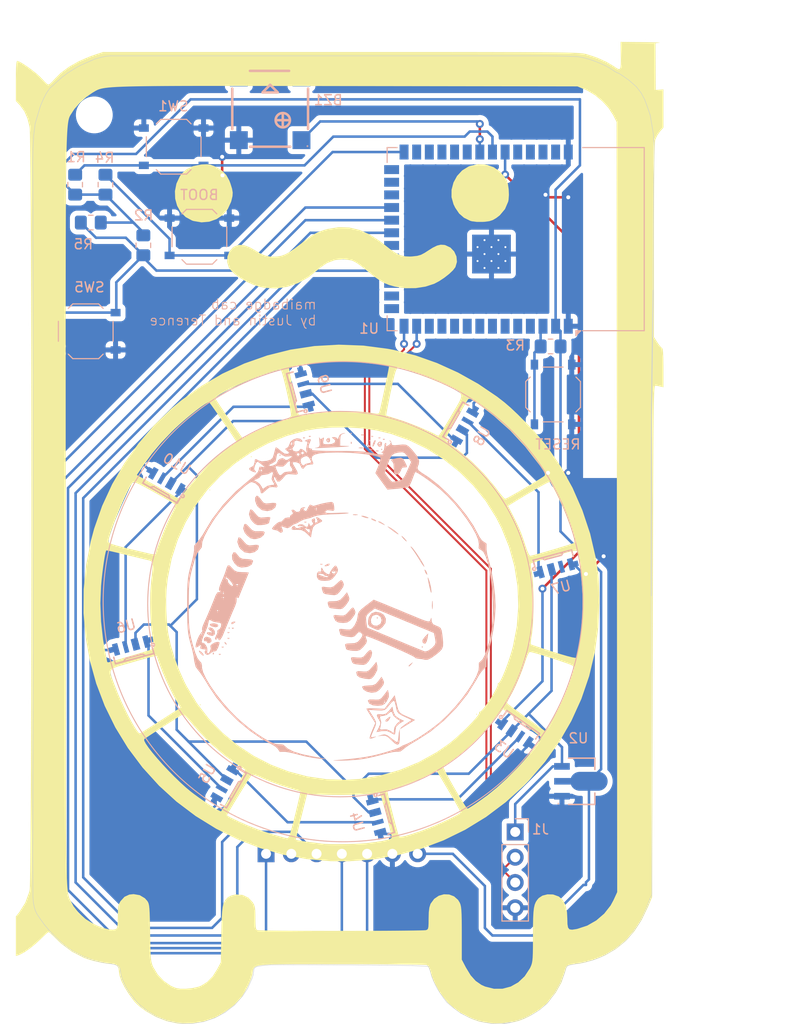
<source format=kicad_pcb>
(kicad_pcb (version 20241229) (generator "pcbnew") (generator_version "9.0")
  (layers (0 "F.Cu" signal) (2 "B.Cu" signal) (13 "F.Paste" user) (15 "B.Paste" user) (5 "F.SilkS" user "F.Silkscreen") (7 "B.SilkS" user "B.Silkscreen") (1 "F.Mask" user) (3 "B.Mask" user) (25 "Edge.Cuts" user))
  (net 0 "")
  (net 1 "GND")
  (net 2 "/buzzer")
  (net 3 "+5V")
  (net 4 "/USB_D-")
  (net 5 "/USB_D+")
  (net 6 "/button 2")
  (net 7 "+3.3V")
  (net 8 "/button 1")
  (net 9 "/CHIP_PU")
  (net 10 "/GPIO0_BOOT")
  (net 11 "/OLED_SCL")
  (net 16 "/OLED_SDA")
  (net 18 "/OLED_DC")
  (net 23 "/MPR SCL")
  (net 28 "/main led DIN")
  (net 31 "/OLED_RST")
  (net 35 "/OLED_CS")
  (net 37 "/MPR SDA")
  (net 41 "Net-(U3-DOUT)")
  (net 42 "Net-(U4-DOUT)")
  (net 43 "Net-(U5-DOUT)")
  (net 44 "Net-(U10-DIN)")
  (net 45 "Net-(U7-DIN)")
  (net 46 "Net-(U8-DIN)")
  (net 47 "Net-(U10-DOUT)")
  (footprint "MountingHole:MountingHole_3.2mm_M3" (layer "F.Cu") (at 165.200673 44.301181)
    (property "Reference" "REF**" (hide yes))
    (property "Value" "MountingHole_3.2mm_M3")
  )
  (footprint "Maibadge_Howard:GC9A01" (layer "F.Cu") (at 190.087622 93.487223)
    (property "Reference" "GC9A1" (hide yes))
    (property "Value" "CG9A01")
  )
  (footprint "LOGO" (layer "F.Cu") (at 189.866357 86.453486)
    (property "Reference" "G***" (hide yes))
    (property "Value" "LOGO" (hide yes))
  )
  (footprint "Maibadge_Howard:LED-SMD_4P-L4.0-W1.6-L" (layer "B.Cu") (at 202.431782 75.570208 60)
    (property "Reference" "U8")
    (property "Value" "SK6812SIDE-A-RVS")
  )
  (footprint "Resistor_SMD:R_0805_2012Metric_Pad1.20x1.40mm_HandSolder" (layer "B.Cu") (at 163.274 51.308 90)
    (property "Reference" "R1")
    (property "Value" "R")
  )
  (footprint "Maibadge_Howard:LED-SMD_4P-L4.0-W1.6-L" (layer "B.Cu") (at 186.360599 71.882288 105)
    (property "Reference" "U9")
    (property "Value" "SK6812SIDE-A-RVS")
  )
  (footprint "Maibadge_Howard:LED-SMD_4P-L4.0-W1.6-L" (layer "B.Cu") (at 168.91 97.612333 -165)
    (property "Reference" "U6")
    (property "Value" "SK6812SIDE-A-RVS")
  )
  (footprint "Button_Switch_SMD:SW_Push_1P1T_XKB_TS-1187A" (layer "B.Cu") (at 211.328 72.39 90)
    (property "Reference" "RESET")
    (property "Value" "SW_Push")
  )
  (footprint "Maibadge_Howard:SOT-89-3_L4.5-W2.5-P1.50-LS4.2-BR" (layer "B.Cu") (at 213.577465 111.252127 180)
    (property "Reference" "U2")
    (property "Value" "AMS1117-3.3")
  )
  (footprint "LOGO" (layer "B.Cu") (at 189.928983 93.450829 180)
    (property "Reference" "G***" (hide yes))
    (property "Value" "LOGO" (hide yes))
  )
  (footprint "Resistor_SMD:R_0805_2012Metric_Pad1.20x1.40mm_HandSolder" (layer "B.Cu") (at 164.846 55.118 180)
    (property "Reference" "R5")
    (property "Value" "R")
  )
  (footprint "Button_Switch_SMD:SW_Push_1P1T_XKB_TS-1187A" (layer "B.Cu") (at 173.18 47.498 180)
    (property "Reference" "SW1")
    (property "Value" "SW_Push")
  )
  (footprint "RF_Module:ESP32-S3-WROOM-1" (layer "B.Cu") (at 207.591995 56.781998 90)
    (property "Reference" "U1")
    (property "Value" "ESP32-S3-WROOM-1")
  )
  (footprint "Maibadge_Howard:BUZ-SMD_4P-L7.5-W7.5-BR" (layer "B.Cu") (at 182.88 43.688 -90)
    (property "Reference" "BZ1")
    (property "Value" "Buzzer")
  )
  (footprint "Maibadge_Howard:LED-SMD_4P-L4.0-W1.6-L" (layer "B.Cu") (at 172.491686 81.114352 150)
    (property "Reference" "U10")
    (property "Value" "SK6812SIDE-A-RVS")
  )
  (footprint "Resistor_SMD:R_0805_2012Metric_Pad1.20x1.40mm_HandSolder" (layer "B.Cu") (at 166.322 51.308 90)
    (property "Reference" "R4")
    (property "Value" "R")
  )
  (footprint "Maibadge_Howard:LED-SMD_4P-L4.0-W1.6-L" (layer "B.Cu") (at 193.548 114.808 -75)
    (property "Reference" "U4")
    (property "Value" "SK6812SIDE-A-RVS")
  )
  (footprint "Button_Switch_SMD:SW_Push_1P1T_XKB_TS-1187A" (layer "B.Cu") (at 164.338 66.04)
    (property "Reference" "SW5")
    (property "Value" "SW_Push")
  )
  (footprint "Resistor_SMD:R_0805_2012Metric_Pad1.20x1.40mm_HandSolder" (layer "B.Cu") (at 170.132 57.404 -90)
    (property "Reference" "R2")
    (property "Value" "R")
  )
  (footprint "Connector_PinHeader_2.54mm:PinHeader_1x04_P2.54mm_Vertical" (layer "B.Cu") (at 207.518 116.342 180)
    (property "Reference" "J1")
    (property "Value" "Conn_01x04_Socket")
  )
  (footprint "Maibadge_Howard:LED-SMD_4P-L4.0-W1.6-L" (layer "B.Cu") (at 211.604581 89.839666 15)
    (property "Reference" "U7")
    (property "Value" "SK6812SIDE-A-RVS")
  )
  (footprint "Maibadge_Howard:LED-SMD_4P-L4.0-W1.6-L" (layer "B.Cu") (at 207.543681 106.419784 -35)
    (property "Reference" "U3")
    (property "Value" "SK6812SIDE-A-RVS")
  )
  (footprint "Button_Switch_SMD:SW_Push_1P1T_XKB_TS-1187A" (layer "B.Cu") (at 175.768 56.545 180)
    (property "Reference" "BOOT")
    (property "Value" "SW_Push")
  )
  (footprint "Maibadge_Howard:LED-SMD_4P-L4.0-W1.6-L" (layer "B.Cu") (at 178.308 111.506 -120)
    (property "Reference" "U5")
    (property "Value" "SK6812SIDE-A-RVS")
  )
  (footprint "Resistor_SMD:R_0805_2012Metric_Pad1.20x1.40mm_HandSolder" (layer "B.Cu") (at 211.074 67.564 180)
    (property "Reference" "R3")
    (property "Value" "R")
  )
  (gr_circle (center 189.928983 93.450829) (end 201.654329 108.856644) (stroke (width 0.1)) (fill no) (layer "B.SilkS"))
  (gr_circle (center 190.212033 93.205462) (end 206.443038 111.049516) (stroke (width 0.1)) (fill no) (layer "B.SilkS"))
  (gr_line (start 214.867276 38.685278) (end 215.475984 38.888181) (stroke (width 0.05)) (layer "Edge.Cuts"))
  (gr_line (start 171.58128 134.948402) (end 170.638763 134.395692) (stroke (width 0.05)) (layer "Edge.Cuts"))
  (gr_line (start 215.296712 129.224201) (end 214.753282 129.353667) (stroke (width 0.05)) (layer "Edge.Cuts"))
  (gr_line (start 221.463305 47.259841) (end 221.461123 48.48747) (stroke (width 0.05)) (layer "Edge.Cuts"))
  (gr_line (start 160.810932 126.406911) (end 160.17386 125.647662) (stroke (width 0.05)) (layer "Edge.Cuts"))
  (gr_line (start 172.704154 135.355662) (end 171.58128 134.948402) (stroke (width 0.05)) (layer "Edge.Cuts"))
  (gr_line (start 160.115649 42.63339) (end 160.370914 42.142496) (stroke (width 0.05)) (layer "Edge.Cuts"))
  (gr_line (start 166.794398 38.371106) (end 205.148398 38.371106) (stroke (width 0.05)) (layer "Edge.Cuts"))
  (gr_line (start 165.868198 38.518769) (end 166.339456 38.414044) (stroke (width 0.05)) (layer "Edge.Cuts"))
  (gr_line (start 213.038426 129.698384) (end 212.798433 129.781291) (stroke (width 0.05)) (layer "Edge.Cuts"))
  (gr_line (start 176.174593 135.408024) (end 175.74697 135.469113) (stroke (width 0.05)) (layer "Edge.Cuts"))
  (gr_line (start 190.778314 129.699836) (end 189.606713 129.699836) (stroke (width 0.05)) (layer "Edge.Cuts"))
  (gr_line (start 202.386881 134.725768) (end 202.042164 134.551228) (stroke (width 0.05)) (layer "Edge.Cuts"))
  (gr_line (start 159.487305 44.387518) (end 159.788386 43.39264) (stroke (width 0.05)) (layer "Edge.Cuts"))
  (gr_line (start 215.993059 39.097629) (end 216.575587 39.352894) (stroke (width 0.05)) (layer "Edge.Cuts"))
  (gr_line (start 173.856119 135.562202) (end 172.704154 135.355662) (stroke (width 0.05)) (layer "Edge.Cuts"))
  (gr_line (start 198.848081 129.899734) (end 198.753305 129.843009) (stroke (width 0.05)) (layer "Edge.Cuts"))
  (gr_line (start 164.843479 38.869136) (end 165.295102 38.672779) (stroke (width 0.05)) (layer "Edge.Cuts"))
  (gr_line (start 215.475984 38.888181) (end 215.993059 39.097629) (stroke (width 0.05)) (layer "Edge.Cuts"))
  (gr_line (start 193.848038 129.726017) (end 192.728799 129.706381) (stroke (width 0.05)) (layer "Edge.Cuts"))
  (gr_line (start 161.024513 126.617022) (end 160.810932 126.406911) (stroke (width 0.05)) (layer "Edge.Cuts"))
  (gr_line (start 221.251046 122.636554) (end 221.089262 122.999665) (stroke (width 0.05)) (layer "Edge.Cuts"))
  (gr_line (start 212.44499 130.601629) (end 212.174044 131.290554) (stroke (width 0.05)) (layer "Edge.Cuts"))
  (gr_line (start 210.774056 133.50835) (end 210.590789 133.691618) (stroke (width 0.05)) (layer "Edge.Cuts"))
  (gr_line (start 216.575587 39.352894) (end 216.981392 39.575432) (stroke (width 0.05)) (layer "Edge.Cuts"))
  (gr_line (start 212.798433 129.781291) (end 212.654438 129.886015) (stroke (width 0.05)) (layer "Edge.Cuts"))
  (gr_line (start 175.74697 135.469113) (end 175.057537 135.582565) (stroke (width 0.05)) (layer "Edge.Cuts"))
  (gr_line (start 177.693092 134.823315) (end 177.312013 135.026945) (stroke (width 0.05)) (layer "Edge.Cuts"))
  (gr_line (start 162.840632 39.890196) (end 163.164622 39.68402) (stroke (width 0.05)) (layer "Edge.Cuts"))
  (gr_line (start 204.071193 135.38902) (end 203.757021 135.284296) (stroke (width 0.05)) (layer "Edge.Cuts"))
  (gr_line (start 218.915936 40.787629) (end 219.691549 41.465063) (stroke (width 0.05)) (layer "Edge.Cuts"))
  (gr_line (start 215.934875 128.978754) (end 215.296712 129.224201) (stroke (width 0.05)) (layer "Edge.Cuts"))
  (gr_line (start 160.17386 125.647662) (end 159.698239 124.980046) (stroke (width 0.05)) (layer "Edge.Cuts"))
  (gr_line (start 159.427701 124.57424) (end 159.292433 124.286249) (stroke (width 0.05)) (layer "Edge.Cuts"))
  (gr_line (start 181.483521 129.883831) (end 181.393342 129.936193) (stroke (width 0.05)) (layer "Edge.Cuts"))
  (gr_line (start 159.078621 123.479001) (end 159.034986 122.894292) (stroke (width 0.05)) (layer "Edge.Cuts"))
  (gr_line (start 162.01593 40.469451) (end 162.222105 40.322183) (stroke (width 0.05)) (layer "Edge.Cuts"))
  (gr_line (start 200.650207 133.460352) (end 200.301127 133.002184) (stroke (width 0.05)) (layer "Edge.Cuts"))
  (gr_line (start 207.090737 135.467563) (end 206.300943 135.598468) (stroke (width 0.1)) (layer "Edge.Cuts"))
  (gr_line (start 199.716418 132.133847) (end 199.489516 131.697497) (stroke (width 0.05)) (layer "Edge.Cuts"))
  (gr_line (start 206.164398 38.371106) (end 209.466398 38.371106) (stroke (width 0.05)) (layer "Edge.Cuts"))
  (gr_line (start 210.658678 38.371106) (end 211.777916 38.384196) (stroke (width 0.05)) (layer "Edge.Cuts"))
  (gr_line (start 160.729788 41.618143) (end 161.093049 41.303971) (stroke (width 0.05)) (layer "Edge.Cuts"))
  (gr_line (start 214.291293 38.534737) (end 214.867276 38.685278) (stroke (width 0.05)) (layer "Edge.Cuts"))
  (gr_line (start 210.363887 133.874885) (end 210.001716 134.184693) (stroke (width 0.05)) (layer "Edge.Cuts"))
  (gr_line (start 205.148398 38.371106) (end 206.164398 38.371106) (stroke (width 0.05)) (layer "Edge.Cuts"))
  (gr_line (start 181.05008 131.085248) (end 180.605002 132.0714) (stroke (width 0.05)) (layer "Edge.Cuts"))
  (gr_line (start 211.568214 132.378203) (end 211.306403 132.7971) (stroke (width 0.05)) (layer "Edge.Cuts"))
  (gr_line (start 159.029137 113.765216) (end 159.029137 108.195205) (stroke (width 0.05)) (layer "Edge.Cuts"))
  (gr_line (start 177.312013 135.026945) (end 176.174593 135.408024) (stroke (width 0.05)) (layer "Edge.Cuts"))
  (gr_line (start 200.955652 133.717799) (end 200.650207 133.460352) (stroke (width 0.05)) (layer "Edge.Cuts"))
  (gr_line (start 202.845049 134.948306) (end 202.386881 134.725768) (stroke (width 0.05)) (layer "Edge.Cuts"))
  (gr_line (start 217.752969 40.057472) (end 217.929691 40.122924) (stroke (width 0.05)) (layer "Edge.Cuts"))
  (gr_line (start 181.288618 130.029281) (end 181.242074 130.154368) (stroke (width 0.05)) (layer "Edge.Cuts"))
  (gr_line (start 220.526068 42.741387) (end 220.781333 43.418821) (stroke (width 0.05)) (layer "Edge.Cuts"))
  (gr_line (start 167.569767 129.793651) (end 167.214868 129.642383) (stroke (width 0.05)) (layer "Edge.Cuts"))
  (gr_line (start 166.091994 129.470752) (end 165.047662 129.208942) (stroke (width 0.05)) (layer "Edge.Cuts"))
  (gr_line (start 182.92401 129.693291) (end 182.324222 129.73838) (stroke (width 0.05)) (layer "Edge.Cuts"))
  (gr_line (start 221.089262 122.999665) (end 220.726 123.952) (stroke (width 0.05)) (layer "Edge.Cuts"))
  (gr_line (start 219.691549 41.465063) (end 220.19226 42.113043) (stroke (width 0.05)) (layer "Edge.Cuts"))
  (gr_line (start 159.251676 45.186039) (end 159.487305 44.387518) (stroke (width 0.05)) (layer "Edge.Cuts"))
  (gr_line (start 221.448033 49.805248) (end 221.426215 51.499425) (stroke (width 0.05)) (layer "Edge.Cuts"))
  (gr_line (start 168.31738 131.821226) (end 168.058479 131.262697) (stroke (width 0.05)) (layer "Edge.Cuts"))
  (gr_line (start 220.19226 42.113043) (end 220.526068 42.741387) (stroke (width 0.05)) (layer "Edge.Cuts"))
  (gr_line (start 163.164622 39.68402) (end 163.459158 39.507299) (stroke (width 0.05)) (layer "Edge.Cuts"))
  (gr_line (start 203.202856 135.101029) (end 202.845049 134.948306) (stroke (width 0.05)) (layer "Edge.Cuts"))
  (gr_line (start 175.057537 135.582565) (end 174.248834 135.576747) (stroke (width 0.05)) (layer "Edge.Cuts"))
  (gr_line (start 161.799937 40.65599) (end 162.01593 40.469451) (stroke (width 0.05)) (layer "Edge.Cuts"))
  (gr_line (start 179.290134 133.741167) (end 178.356344 134.462599) (stroke (width 0.05)) (layer "Edge.Cuts"))
  (gr_line (start 168.890453 132.717198) (end 168.596644 132.321574) (stroke (width 0.05)) (layer "Edge.Cuts"))
  (gr_line (start 199.489516 131.697497) (end 199.306248 131.309145) (stroke (width 0.05)) (layer "Edge.Cuts"))
  (gr_line (start 159.035682 103.973517) (end 159.042228 99.116939) (stroke (width 0.05)) (layer "Edge.Cuts"))
  (gr_line (start 206.100222 135.615922) (end 205.310428 135.598468) (stroke (width 0.05)) (layer "Edge.Cuts"))
  (gr_line (start 218.249214 40.321581) (end 218.915936 40.787629) (stroke (width 0.05)) (layer "Edge.Cuts"))
  (gr_line (start 217.537739 39.941966) (end 217.752969 40.057472) (stroke (width 0.05)) (layer "Edge.Cuts"))
  (gr_line (start 220.431464 124.609797) (end 220.009295 125.483589) (stroke (width 0.05)) (layer "Edge.Cuts"))
  (gr_line (start 199.306248 131.309145) (end 199.127345 130.872795) (stroke (width 0.05)) (layer "Edge.Cuts"))
  (gr_line (start 161.545224 127.131915) (end 161.024513 126.617022) (stroke (width 0.05)) (layer "Edge.Cuts"))
  (gr_line (start 221.386943 58.712294) (end 221.373853 60.021345) (stroke (width 0.05)) (layer "Edge.Cuts"))
  (gr_line (start 164.509672 39.016404) (end 164.843479 38.869136) (stroke (width 0.05)) (layer "Edge.Cuts"))
  (gr_line (start 181.393342 129.936193) (end 181.288618 130.029281) (stroke (width 0.05)) (layer "Edge.Cuts"))
  (gr_line (start 205.310428 135.598468) (end 205.105343 135.585378) (stroke (width 0.05)) (layer "Edge.Cuts"))
  (gr_line (start 214.753282 129.353667) (end 214.181664 129.488936) (stroke (width 0.05)) (layer "Edge.Cuts"))
  (gr_line (start 165.047662 129.208942) (end 164.029512 128.824954) (stroke (width 0.05)) (layer "Edge.Cuts"))
  (gr_line (start 194.66034 129.725194) (end 193.848038 129.726017) (stroke (width 0.05)) (layer "Edge.Cuts"))
  (gr_line (start 185.234484 129.686746) (end 184.23306 129.6802) (stroke (width 0.05)) (layer "Edge.Cuts"))
  (gr_line (start 221.426215 51.499425) (end 221.417488 53.113921) (stroke (width 0.05)) (layer "Edge.Cuts"))
  (gr_line (start 197.208626 129.773193) (end 195.611584 129.742648) (stroke (width 0.05)) (layer "Edge.Cuts"))
  (gr_line (start 159.034986 122.894292) (end 159.003208 118.538633) (stroke (width 0.05)) (layer "Edge.Cuts"))
  (gr_line (start 201.296006 134.00579) (end 200.955652 133.717799) (stroke (width 0.05)) (layer "Edge.Cuts"))
  (gr_line (start 216.981392 39.575432) (end 217.537739 39.941966) (stroke (width 0.05)) (layer "Edge.Cuts"))
  (gr_line (start 221.373853 60.021345) (end 221.38258 61.919468) (stroke (width 0.05)) (layer "Edge.Cuts"))
  (gr_line (start 180.101745 132.836467) (end 179.290134 133.741167) (stroke (width 0.05)) (layer "Edge.Cuts"))
  (gr_line (start 192.728799 129.706381) (end 192.192089 129.712927) (stroke (width 0.05)) (layer "Edge.Cuts"))
  (gr_line (start 159.292433 124.286249) (end 159.187709 123.97644) (stroke (width 0.05)) (layer "Edge.Cuts"))
  (gr_line (start 189.606713 129.699836) (end 188.055488 129.693291) (stroke (width 0.05)) (layer "Edge.Cuts"))
  (gr_line (start 181.242074 130.154368) (end 181.178076 130.695442) (stroke (width 0.05)) (layer "Edge.Cuts"))
  (gr_line (start 159.698239 124.980046) (end 159.427701 124.57424) (stroke (width 0.05)) (layer "Edge.Cuts"))
  (gr_line (start 213.723496 129.567479) (end 213.038426 129.698384) (stroke (width 0.05)) (layer "Edge.Cuts"))
  (gr_line (start 199.127345 130.872795) (end 198.957168 130.244451) (stroke (width 0.05)) (layer "Edge.Cuts"))
  (gr_line (start 159.187709 123.97644) (end 159.078621 123.479001) (stroke (width 0.05)) (layer "Edge.Cuts"))
  (gr_line (start 159.040963 47.617996) (end 159.114225 46.305278) (stroke (width 0.05)) (layer "Edge.Cuts"))
  (gr_line (start 207.300185 135.423928) (end 207.090737 135.467563) (stroke (width 0.05)) (layer "Edge.Cuts"))
  (gr_line (start 216.818484 128.546767) (end 216.366861 128.792214) (stroke (width 0.05)) (layer "Edge.Cuts"))
  (gr_line (start 205.105343 135.585378) (end 204.071193 135.38902) (stroke (width 0.05)) (layer "Edge.Cuts"))
  (gr_line (start 211.921657 131.771677) (end 211.568214 132.378203) (stroke (width 0.05)) (layer "Edge.Cuts"))
  (gr_line (start 217.967176 127.771155) (end 217.348649 128.242413) (stroke (width 0.05)) (layer "Edge.Cuts"))
  (gr_line (start 208.657758 134.930852) (end 208.212157 135.135937) (stroke (width 0.05)) (layer "Edge.Cuts"))
  (gr_line (start 159.036947 54.034017) (end 159.008386 49.112458) (stroke (width 0.05)) (layer "Edge.Cuts"))
  (gr_line (start 212.174044 131.290554) (end 211.921657 131.771677) (stroke (width 0.05)) (layer "Edge.Cuts"))
  (gr_line (start 159.008386 49.112458) (end 159.040963 47.617996) (stroke (width 0.05)) (layer "Edge.Cuts"))
  (gr_line (start 200.301127 133.002184) (end 199.969501 132.526562) (stroke (width 0.05)) (layer "Edge.Cuts"))
  (gr_line (start 192.192089 129.712927) (end 190.778314 129.699836) (stroke (width 0.05)) (layer "Edge.Cuts"))
  (gr_line (start 170.638763 134.395692) (end 170.016237 133.930252) (stroke (width 0.05)) (layer "Edge.Cuts"))
  (gr_line (start 211.04023 133.163634) (end 210.774056 133.50835) (stroke (width 0.05)) (layer "Edge.Cuts"))
  (gr_line (start 214.181664 129.488936) (end 213.723496 129.567479) (stroke (width 0.05)) (layer "Edge.Cuts"))
  (gr_line (start 162.208477 127.739896) (end 161.545224 127.131915) (stroke (width 0.05)) (layer "Edge.Cuts"))
  (gr_line (start 160.370914 42.142496) (end 160.729788 41.618143) (stroke (width 0.05)) (layer "Edge.Cuts"))
  (gr_line (start 220.726 123.952) (end 220.431464 124.609797) (stroke (width 0.05)) (layer "Edge.Cuts"))
  (gr_line (start 164.029512 128.824954) (end 163.060814 128.327515) (stroke (width 0.05)) (layer "Edge.Cuts"))
  (gr_line (start 161.348314 41.058524) (end 161.613397 40.822894) (stroke (width 0.05)) (layer "Edge.Cuts"))
  (gr_line (start 182.324222 129.73838) (end 181.687151 129.831469) (stroke (width 0.05)) (layer "Edge.Cuts"))
  (gr_line (start 184.23306 129.6802) (end 182.92401 129.693291) (stroke (width 0.05)) (layer "Edge.Cuts"))
  (gr_line (start 209.58282 134.459594) (end 209.163924 134.708314) (stroke (width 0.05)) (layer "Edge.Cuts"))
  (gr_line (start 221.095505 44.331884) (end 221.272227 45.392215) (stroke (width 0.05)) (layer "Edge.Cuts"))
  (gr_line (start 159.003208 118.538633) (end 159.029137 113.765216) (stroke (width 0.05)) (layer "Edge.Cuts"))
  (gr_line (start 188.055488 129.693291) (end 186.759528 129.686746) (stroke (width 0.05)) (layer "Edge.Cuts"))
  (gr_line (start 168.058479 131.262697) (end 167.904302 130.800166) (stroke (width 0.05)) (layer "Edge.Cuts"))
  (gr_line (start 167.904302 130.800166) (end 167.767579 130.035099) (stroke (width 0.05)) (layer "Edge.Cuts"))
  (gr_line (start 199.969501 132.526562) (end 199.716418 132.133847) (stroke (width 0.05)) (layer "Edge.Cuts"))
  (gr_line (start 218.948964 126.916999) (end 218.526795 127.339168) (stroke (width 0.05)) (layer "Edge.Cuts"))
  (gr_line (start 209.163924 134.708314) (end 208.657758 134.930852) (stroke (width 0.05)) (layer "Edge.Cuts"))
  (gr_line (start 220.781333 43.418821) (end 221.095505 44.331884) (stroke (width 0.05)) (layer "Edge.Cuts"))
  (gr_line (start 159.788386 43.39264) (end 160.115649 42.63339) (stroke (width 0.05)) (layer "Edge.Cuts"))
  (gr_line (start 159.029137 108.195205) (end 159.035682 103.973517) (stroke (width 0.05)) (layer "Edge.Cuts"))
  (gr_line (start 161.613397 40.822894) (end 161.799937 40.65599) (stroke (width 0.05)) (layer "Edge.Cuts"))
  (gr_line (start 203.757021 135.284296) (end 203.202856 135.101029) (stroke (width 0.05)) (layer "Edge.Cuts"))
  (gr_line (start 211.306403 132.7971) (end 211.04023 133.163634) (stroke (width 0.05)) (layer "Edge.Cuts"))
  (gr_line (start 162.222105 40.322183) (end 162.497006 40.106189) (stroke (width 0.05)) (layer "Edge.Cuts"))
  (gr_line (start 206.300943 135.598468) (end 206.100222 135.615922) (stroke (width 0.05)) (layer "Edge.Cuts"))
  (gr_line (start 221.225777 73.337124) (end 221.211835 92.605797) (stroke (width 0.1)) (layer "Edge.Cuts"))
  (gr_line (start 202.042164 134.551228) (end 201.671267 134.276327) (stroke (width 0.05)) (layer "Edge.Cuts"))
  (gr_line (start 221.211835 92.605797) (end 221.251046 122.636554) (stroke (width 0.05)) (layer "Edge.Cuts"))
  (gr_line (start 163.783148 39.340395) (end 164.14641 39.173491) (stroke (width 0.05)) (layer "Edge.Cuts"))
  (gr_line (start 210.590789 133.691618) (end 210.363887 133.874885) (stroke (width 0.05)) (layer "Edge.Cuts"))
  (gr_line (start 221.272227 45.392215) (end 221.409678 46.216917) (stroke (width 0.05)) (layer "Edge.Cuts"))
  (gr_line (start 221.38258 61.919468) (end 221.225777 73.337124) (stroke (width 0.1)) (layer "Edge.Cuts"))
  (gr_line (start 221.461123 48.48747) (end 221.448033 49.805248) (stroke (width 0.05)) (layer "Edge.Cuts"))
  (gr_line (start 186.759528 129.686746) (end 185.234484 129.686746) (stroke (width 0.05)) (layer "Edge.Cuts"))
  (gr_line (start 212.654438 129.886015) (end 212.44499 130.601629) (stroke (width 0.05)) (layer "Edge.Cuts"))
  (gr_line (start 163.060814 128.327515) (end 162.208477 127.739896) (stroke (width 0.05)) (layer "Edge.Cuts"))
  (gr_line (start 212.988788 38.416922) (end 213.741492 38.443103) (stroke (width 0.05)) (layer "Edge.Cuts"))
  (gr_line (start 161.093049 41.303971) (end 161.348314 41.058524) (stroke (width 0.05)) (layer "Edge.Cuts"))
  (gr_line (start 166.339456 38.414044) (end 166.794398 38.371106) (stroke (width 0.05)) (layer "Edge.Cuts"))
  (gr_line (start 164.14641 39.173491) (end 164.509672 39.016404) (stroke (width 0.05)) (layer "Edge.Cuts"))
  (gr_line (start 170.016237 133.930252) (end 169.533343 133.493901) (stroke (width 0.05)) (layer "Edge.Cuts"))
  (gr_line (start 216.366861 128.792214) (end 215.934875 128.978754) (stroke (width 0.05)) (layer "Edge.Cuts"))
  (gr_line (start 218.526795 127.339168) (end 217.967176 127.771155) (stroke (width 0.05)) (layer "Edge.Cuts"))
  (gr_line (start 181.178076 130.695442) (end 181.05008 131.085248) (stroke (width 0.05)) (layer "Edge.Cuts"))
  (gr_line (start 210.001716 134.184693) (end 209.58282 134.459594) (stroke (width 0.05)) (layer "Edge.Cuts"))
  (gr_line (start 181.687151 129.831469) (end 181.483521 129.883831) (stroke (width 0.05)) (layer "Edge.Cuts"))
  (gr_line (start 211.777916 38.384196) (end 212.988788 38.416922) (stroke (width 0.05)) (layer "Edge.Cuts"))
  (gr_line (start 169.533343 133.493901) (end 168.890453 132.717198) (stroke (width 0.05)) (layer "Edge.Cuts"))
  (gr_line (start 167.214868 129.642383) (end 166.091994 129.470752) (stroke (width 0.05)) (layer "Edge.Cuts"))
  (gr_line (start 195.611584 129.742648) (end 194.66034 129.725194) (stroke (width 0.05)) (layer "Edge.Cuts"))
  (gr_line (start 221.39567 56.561087) (end 221.386943 58.712294) (stroke (width 0.05)) (layer "Edge.Cuts"))
  (gr_line (start 220.009295 125.483589) (end 219.479129 126.210112) (stroke (width 0.05)) (layer "Edge.Cuts"))
  (gr_line (start 219.479129 126.210112) (end 218.948964 126.916999) (stroke (width 0.05)) (layer "Edge.Cuts"))
  (gr_line (start 167.767579 130.035099) (end 167.569767 129.793651) (stroke (width 0.05)) (layer "Edge.Cuts"))
  (gr_line (start 213.741492 38.443103) (end 214.291293 38.534737) (stroke (width 0.05)) (layer "Edge.Cuts"))
  (gr_line (start 159.042228 99.116939) (end 159.036947 54.034017) (stroke (width 0.05)) (layer "Edge.Cuts"))
  (gr_line (start 198.753305 129.843009) (end 197.208626 129.773193) (stroke (width 0.05)) (layer "Edge.Cuts"))
  (gr_line (start 221.417488 53.113921) (end 221.404398 54.418608) (stroke (width 0.05)) (layer "Edge.Cuts"))
  (gr_line (start 221.404398 54.418608) (end 221.39567 56.561087) (stroke (width 0.05)) (layer "Edge.Cuts"))
  (gr_line (start 174.248834 135.576747) (end 173.856119 135.562202) (stroke (width 0.05)) (layer "Edge.Cuts"))
  (gr_line (start 180.605002 132.0714) (end 180.101745 132.836467) (stroke (width 0.05)) (layer "Edge.Cuts"))
  (gr_line (start 198.957168 130.244451) (end 198.848081 129.899734) (stroke (width 0.05)) (layer "Edge.Cuts"))
  (gr_line (start 217.929691 40.122924) (end 218.249214 40.321581) (stroke (width 0.05)) (layer "Edge.Cuts"))
  (gr_line (start 159.114225 46.305278) (end 159.251676 45.186039) (stroke (width 0.05)) (layer "Edge.Cuts"))
  (gr_line (start 178.356344 134.462599) (end 177.693092 134.823315) (stroke (width 0.05)) (layer "Edge.Cuts"))
  (gr_line (start 162.497006 40.106189) (end 162.840632 39.890196) (stroke (width 0.05)) (layer "Edge.Cuts"))
  (gr_line (start 168.596644 132.321574) (end 168.31738 131.821226) (stroke (width 0.05)) (layer "Edge.Cuts"))
  (gr_line (start 163.459158 39.507299) (end 163.783148 39.340395) (stroke (width 0.05)) (layer "Edge.Cuts"))
  (gr_line (start 201.671267 134.276327) (end 201.296006 134.00579) (stroke (width 0.05)) (layer "Edge.Cuts"))
  (gr_line (start 209.466398 38.371106) (end 210.658678 38.371106) (stroke (width 0.05)) (layer "Edge.Cuts"))
  (gr_line (start 165.295102 38.672779) (end 165.868198 38.518769) (stroke (width 0.05)) (layer "Edge.Cuts"))
  (gr_line (start 208.212157 135.135937) (end 207.300185 135.423928) (stroke (width 0.05)) (layer "Edge.Cuts"))
  (gr_line (start 217.348649 128.242413) (end 216.818484 128.546767) (stroke (width 0.05)) (layer "Edge.Cuts"))
  (gr_line (start 221.409678 46.216917) (end 221.463305 47.259841) (stroke (width 0.05)) (layer "Edge.Cuts"))
  (gr_text "maibadge cab\nby Justin and Terence" (at 187.61261 65.533311 0) (layer "B.SilkS") (effects (font (size 1 1) (thickness 0.1)) (justify left bottom mirror)))
  (segment (start 216.408 88.646) (end 214.63 90.424) (width 0.254) (layer "F.Cu") (net 1))
  (segment (start 210.82 52.578) (end 210.566 52.324) (width 0.254) (layer "F.Cu") (net 1))
  (segment (start 212.852 52.578) (end 210.82 52.578) (width 0.254) (layer "F.Cu") (net 1))
  (segment (start 178.054 48.514) (end 178.054 50.332768) (width 0.254) (layer "F.Cu") (net 1))
  (segment (start 212.852 80.264) (end 210.82 80.264) (width 0.254) (layer "F.Cu") (net 1))
  (segment (start 178.054 50.332768) (end 178.093383 50.372151) (width 0.254) (layer "F.Cu") (net 1))
  (via (at 212.852 80.264) (size 0.8) (drill 0.4) (layers "F.Cu" "B.Cu") (net 1))
  (via (at 210.566 52.324) (size 0.8) (drill 0.4) (layers "F.Cu" "B.Cu") (net 1))
  (via (at 178.054 48.514) (size 0.8) (drill 0.4) (layers "F.Cu" "B.Cu") (net 1))
  (via (at 212.852 52.578) (size 0.8) (drill 0.4) (layers "F.Cu" "B.Cu") (net 1))
  (via (at 178.093383 50.372151) (size 0.8) (drill 0.4) (layers "F.Cu" "B.Cu") (net 1))
  (via (at 210.82 80.264) (size 0.8) (drill 0.4) (layers "F.Cu" "B.Cu") (net 1))
  (via (at 216.408 88.646) (size 0.8) (drill 0.4) (layers "F.Cu" "B.Cu") (net 1))
  (via (at 214.63 90.424) (size 0.8) (drill 0.4) (layers "F.Cu" "B.Cu") (net 1))
  (segment (start 177.397126 113.058541) (end 177.397126 113.686874) (width 0.254) (layer "B.Cu") (net 1))
  (segment (start 209.010926 107.462505) (end 208.28 108.193431) (width 0.254) (layer "B.Cu") (net 1))
  (segment (start 185.906872 70.14039) (end 185.906872 68.855128) (width 0.254) (layer "B.Cu") (net 1))
  (segment (start 213.346479 89.385939) (end 214.38454 90.424) (width 0.254) (layer "B.Cu") (net 1))
  (segment (start 167.168104 98.066059) (end 165.884059 98.066059) (width 0.254) (layer "B.Cu") (net 1))
  (segment (start 203.342654 73.263346) (end 203.708 72.898) (width 0.254) (layer "B.Cu") (net 1))
  (segment (start 208.28 108.193431) (end 208.28 108.458) (width 0.254) (layer "B.Cu") (net 1))
  (segment (start 165.862 98.044) (end 165.884059 98.066059) (width 0.254) (layer "B.Cu") (net 1))
  (segment (start 169.983668 79.248) (end 169.672 79.248) (width 0.254) (layer "B.Cu") (net 1))
  (segment (start 203.342654 74.017667) (end 203.342654 73.263346) (width 0.254) (layer "B.Cu") (net 1))
  (segment (start 195.035898 116.549898) (end 195.326 116.84) (width 0.254) (layer "B.Cu") (net 1))
  (segment (start 177.397126 113.686874) (end 177.038 114.046) (width 0.254) (layer "B.Cu") (net 1))
  (segment (start 214.38454 90.424) (end 214.63 90.424) (width 0.254) (layer "B.Cu") (net 1))
  (segment (start 170.939147 80.203479) (end 169.983668 79.248) (width 0.254) (layer "B.Cu") (net 1))
  (segment (start 194.001727 116.549898) (end 195.035898 116.549898) (width 0.254) (layer "B.Cu") (net 1))
  (segment (start 203.962 45.212) (end 203.962 46.736) (width 0.254) (layer "F.Cu") (net 2))
  (via (at 203.962 46.736) (size 0.8) (drill 0.4) (layers "F.Cu" "B.Cu") (net 2))
  (via (at 203.962 45.212) (size 0.8) (drill 0.4) (layers "F.Cu" "B.Cu") (net 2))
  (segment (start 203.962 46.736) (end 203.962 48.031997) (width 0.254) (layer "B.Cu") (net 2))
  (segment (start 186.029983 46.837985) (end 187.909968 44.958) (width 0.254) (layer "B.Cu") (net 2))
  (segment (start 187.909968 44.958) (end 203.708 44.958) (width 0.254) (layer "B.Cu") (net 2))
  (segment (start 203.708 44.958) (end 203.962 45.212) (width 0.254) (layer "B.Cu") (net 2))
  (segment (start 174.676027 107.263973) (end 186.511973 107.263973) (width 0.254) (layer "B.Cu") (net 3))
  (segment (start 202.217695 75.966166) (end 202.660548 76.409019) (width 0.254) (layer "B.Cu") (net 3))
  (segment (start 173.482 96.266) (end 173.482 106.069946) (width 0.254) (layer "B.Cu") (net 3))
  (segment (start 172.887652 81.328442) (end 174.606047 79.610047) (width 0.254) (layer "B.Cu") (net 3))
  (segment (start 174.606047 79.610047) (end 175.514 80.518) (width 0.254) (layer "B.Cu") (net 3))
  (segment (start 192.793106 114.376624) (end 191.262 112.845518) (width 0.254) (layer "B.Cu") (net 3))
  (segment (start 172.847 95.631) (end 173.482 96.266) (width 0.254) (layer "B.Cu") (net 3))
  (segment (start 193.419396 114.376624) (end 192.793106 114.376624) (width 0.254) (layer "B.Cu") (net 3))
  (segment (start 174.606047 79.610047) (end 179.15601 75.060084) (width 0.254) (layer "B.Cu") (net 3))
  (segment (start 211.173205 102.166675) (end 211.173205 89.968269) (width 0.254) (layer "B.Cu") (net 3))
  (segment (start 191.262 112.845518) (end 191.262 112.014) (width 0.254) (layer "B.Cu") (net 3))
  (segment (start 202.84988 110.49) (end 207.16788 106.172) (width 0.254) (layer "B.Cu") (net 3))
  (segment (start 202.660548 76.409019) (end 202.660548 78.263452) (width 0.254) (layer "B.Cu") (net 3))
  (segment (start 173.482 106.069946) (end 174.676027 107.263973) (width 0.254) (layer "B.Cu") (net 3))
  (segment (start 179.15601 75.060084) (end 189.861916 75.060084) (width 0.254) (layer "B.Cu") (net 3))
  (segment (start 186.511973 107.263973) (end 191.262 112.014) (width 0.254) (layer "B.Cu") (net 3))
  (segment (start 169.341373 96.342627) (end 170.18 95.504) (width 0.254) (layer "B.Cu") (net 3))
  (segment (start 208.86694 104.47294) (end 211.173205 102.166675) (width 0.254) (layer "B.Cu") (net 3))
  (segment (start 207.518 116.342) (end 207.518 113.538) (width 0.254) (layer "B.Cu") (net 3))
  (segment (start 187.115493 72.313662) (end 186.489203 72.313662) (width 0.254) (layer "B.Cu") (net 3))
  (segment (start 211.303867 109.752133) (end 212.221228 109.752133) (width 0.254) (layer "B.Cu") (net 3))
  (segment (start 174.676027 107.263973) (end 178.522087 111.110033) (width 0.254) (layer "B.Cu") (net 3))
  (segment (start 170.18 95.504) (end 172.72 95.504) (width 0.254) (layer "B.Cu") (net 3))
  (segment (start 207.16788 106.172) (end 208.86694 104.47294) (width 0.254) (layer "B.Cu") (net 3))
  (segment (start 208.86694 104.47294) (end 212.221228 107.827228) (width 0.254) (layer "B.Cu") (net 3))
  (segment (start 191.262 112.014) (end 192.786 110.49) (width 0.254) (layer "B.Cu") (net 3))
  (segment (start 175.514 80.518) (end 175.514 92.964) (width 0.254) (layer "B.Cu") (net 3))
  (segment (start 169.341373 97.483725) (end 169.341373 96.342627) (width 0.254) (layer "B.Cu") (net 3))
  (segment (start 193.541831 78.74) (end 189.861916 75.060084) (width 0.254) (layer "B.Cu") (net 3))
  (segment (start 212.221228 107.827228) (end 212.221228 109.752133) (width 0.254) (layer "B.Cu") (net 3))
  (segment (start 207.518 113.538) (end 211.303867 109.752133) (width 0.254) (layer "B.Cu") (net 3))
  (segment (start 202.184 78.74) (end 193.541831 78.74) (width 0.254) (layer "B.Cu") (net 3))
  (segment (start 192.786 110.49) (end 202.84988 110.49) (width 0.254) (layer "B.Cu") (net 3))
  (segment (start 202.660548 78.263452) (end 202.184 78.74) (width 0.254) (layer "B.Cu") (net 3))
  (segment (start 175.514 92.964) (end 172.847 95.631) (width 0.254) (layer "B.Cu") (net 3))
  (segment (start 172.72 95.504) (end 172.847 95.631) (width 0.254) (layer "B.Cu") (net 3))
  (segment (start 189.861916 75.060084) (end 187.115493 72.313662) (width 0.254) (layer "B.Cu") (net 3))
  (segment (start 205.070799 89.899683) (end 205.070799 118.6156) (width 0.2) (layer "F.Cu") (net 4))
  (segment (start 192.850692 70.305054) (end 192.850692 77.679576) (width 0.2) (layer "F.Cu") (net 4))
  (segment (start 206.382198 119.926999) (end 206.473001 119.926999) (width 0.2) (layer "F.Cu") (net 4))
  (segment (start 205.070799 118.6156) (end 206.382198 119.926999) (width 0.2) (layer "F.Cu") (net 4))
  (segment (start 197.612 67.31) (end 196.020137 68.901863) (width 0.2) (layer "F.Cu") (net 4))
  (segment (start 192.850692 77.679576) (end 205.070799 89.899683) (width 0.2) (layer "F.Cu") (net 4))
  (segment (start 196.020137 68.901863) (end 194.253883 68.901863) (width 0.2) (layer "F.Cu") (net 4))
  (segment (start 194.253883 68.901863) (end 192.850692 70.305054) (width 0.2) (layer "F.Cu") (net 4))
  (segment (start 206.473001 119.926999) (end 207.518 118.882) (width 0.2) (layer "F.Cu") (net 4))
  (via (at 197.612 67.31) (size 0.8) (drill 0.4) (layers "F.Cu" "B.Cu") (net 4))
  (segment (start 197.611996 65.532002) (end 197.611996 67.309996) (width 0.254) (layer "B.Cu") (net 4))
  (segment (start 197.611996 67.309996) (end 197.612 67.31) (width 0.254) (layer "B.Cu") (net 4))
  (segment (start 194.165527 68.397863) (end 192.400692 70.162698) (width 0.2) (layer "F.Cu") (net 5))
  (segment (start 206.473001 120.377001) (end 207.518 121.422) (width 0.2) (layer "F.Cu") (net 5))
  (segment (start 192.400692 77.865972) (end 204.620799 90.086079) (width 0.2) (layer "F.Cu") (net 5))
  (segment (start 196.341997 67.867239) (end 195.811373 68.397863) (width 0.2) (layer "F.Cu") (net 5))
  (segment (start 204.620799 90.086079) (end 204.620799 118.801996) (width 0.2) (layer "F.Cu") (net 5))
  (segment (start 196.341997 67.309994) (end 196.341997 67.867239) (width 0.2) (layer "F.Cu") (net 5))
  (segment (start 206.195804 120.377001) (end 206.473001 120.377001) (width 0.2) (layer "F.Cu") (net 5))
  (segment (start 195.811373 68.397863) (end 194.165527 68.397863) (width 0.2) (layer "F.Cu") (net 5))
  (segment (start 192.400692 70.162698) (end 192.400692 77.865972) (width 0.2) (layer "F.Cu") (net 5))
  (segment (start 204.620799 118.801996) (end 206.195804 120.377001) (width 0.2) (layer "F.Cu") (net 5))
  (via (at 196.341997 67.309994) (size 0.8) (drill 0.4) (layers "F.Cu" "B.Cu") (net 5))
  (segment (start 196.341992 65.531997) (end 196.341992 67.309989) (width 0.254) (layer "B.Cu") (net 5))
  (segment (start 207.782 121.158) (end 207.518 121.422) (width 0.254) (layer "B.Cu") (net 5))
  (segment (start 196.341992 67.309989) (end 196.341997 67.309994) (width 0.254) (layer "B.Cu") (net 5))
  (segment (start 189.23 46.482) (end 202.438 46.482) (width 0.254) (layer "B.Cu") (net 6))
  (segment (start 164.209 49.373) (end 170.18 49.373) (width 0.254) (layer "B.Cu") (net 6))
  (segment (start 176.18 49.373) (end 186.339 49.373) (width 0.254) (layer "B.Cu") (net 6))
  (segment (start 176.18 49.373) (end 170.18 49.373) (width 0.254) (layer "B.Cu") (net 6))
  (segment (start 205.231993 46.481993) (end 205.231993 48.031998) (width 0.254) (layer "B.Cu") (net 6))
  (segment (start 202.946 45.974) (end 204.724 45.974) (width 0.254) (layer "B.Cu") (net 6))
  (segment (start 202.438 46.482) (end 202.946 45.974) (width 0.254) (layer "B.Cu") (net 6))
  (segment (start 186.339 49.373) (end 189.23 46.482) (width 0.254) (layer "B.Cu") (net 6))
  (segment (start 204.724 45.974) (end 205.231993 46.481993) (width 0.254) (layer "B.Cu") (net 6))
  (segment (start 163.274 50.308) (end 164.209 49.373) (width 0.254) (layer "B.Cu") (net 6))
  (segment (start 204.47 121.7706) (end 204.47 125.984) (width 0.254) (layer "B.Cu") (net 7))
  (segment (start 166.321998 52.308) (end 166.322 52.307998) (width 0.254) (layer "B.Cu") (net 7))
  (segment (start 214.376 121.666) (end 214.63 121.666) (width 0.254) (layer "B.Cu") (net 7))
  (segment (start 162.181787 49.154457) (end 162.181787 51.215787) (width 0.254) (layer "B.Cu") (net 7))
  (segment (start 212.073999 66.024) (end 211.581997 65.531998) (width 0.254) (layer "B.Cu") (net 7))
  (segment (start 205.232 126.746) (end 209.296 126.746) (width 0.254) (layer "B.Cu") (net 7))
  (segment (start 214.933697 121.108303) (end 214.933697 111.252256) (width 0.254) (layer "B.Cu") (net 7))
  (segment (start 169.132002 55.118) (end 169.275001 55.260999) (width 0.254) (layer "B.Cu") (net 7))
  (segment (start 170.131999 56.117997) (end 169.275001 55.260999) (width 0.254) (layer "B.Cu") (net 7))
  (segment (start 165.846 55.118) (end 169.132002 55.118) (width 0.254) (layer "B.Cu") (net 7))
  (segment (start 212.073999 86.145451) (end 212.073999 67.564001) (width 0.254) (layer "B.Cu") (net 7))
  (segment (start 209.296 126.746) (end 214.376 121.666) (width 0.254) (layer "B.Cu") (net 7))
  (segment (start 163.274 52.308) (end 166.321998 52.308) (width 0.254) (layer "B.Cu") (net 7))
  (segment (start 201.236623 118.537223) (end 204.47 121.7706) (width 0.254) (layer "B.Cu") (net 7))
  (segment (start 214.63 121.412) (end 214.933697 121.108303) (width 0.254) (layer "B.Cu") (net 7))
  (segment (start 169.396617 48.226) (end 163.110244 48.226) (width 0.254) (layer "B.Cu") (net 7))
  (segment (start 162.181787 51.215787) (end 163.274 52.308) (width 0.254) (layer "B.Cu") (net 7))
  (segment (start 169.275001 55.260999) (end 166.322 52.307998) (width 0.254) (layer "B.Cu") (net 7))
  (segment (start 216.154 110.031953) (end 216.154 90.225452) (width 0.254) (layer "B.Cu") (net 7))
  (segment (start 170.131999 56.404001) (end 170.131999 56.117997) (width 0.254) (layer "B.Cu") (net 7))
  (segment (start 216.154 90.225452) (end 212.073999 86.145451) (width 0.254) (layer "B.Cu") (net 7))
  (segment (start 204.47 125.984) (end 205.232 126.746) (width 0.254) (layer "B.Cu") (net 7))
  (segment (start 197.707622 118.537223) (end 201.236623 118.537223) (width 0.254) (layer "B.Cu") (net 7))
  (segment (start 214.63 121.666) (end 214.63 121.412) (width 0.254) (layer "B.Cu") (net 7))
  (segment (start 214.028189 49.369811) (end 214.028189 42.737898) (width 0.254) (layer "B.Cu") (net 7))
  (segment (start 211.581997 51.816003) (end 214.028189 49.369811) (width 0.254) (layer "B.Cu") (net 7))
  (segment (start 211.581997 65.531998) (end 211.581997 51.816003) (width 0.254) (layer "B.Cu") (net 7))
  (segment (start 212.073999 67.564001) (end 212.073999 66.024) (width 0.254) (layer "B.Cu") (net 7))
  (segment (start 174.884719 42.737898) (end 169.396617 48.226) (width 0.254) (layer "B.Cu") (net 7))
  (segment (start 214.933697 111.252256) (end 216.154 110.031953) (width 0.254) (layer "B.Cu") (net 7))
  (segment (start 163.110244 48.226) (end 162.181787 49.154457) (width 0.254) (layer "B.Cu") (net 7))
  (segment (start 214.028189 42.737898) (end 174.884719 42.737898) (width 0.254) (layer "B.Cu") (net 7))
  (segment (start 165.37 56.642) (end 168.370002 56.642) (width 0.254) (layer "B.Cu") (net 8))
  (segment (start 170.132001 58.626001) (end 171.45 59.944) (width 0.254) (layer "B.Cu") (net 8))
  (segment (start 161.337999 64.161641) (end 167.413295 64.161641) (width 0.254) (layer "B.Cu") (net 8))
  (segment (start 186.423001 53.606999) (end 195.091997 53.606999) (width 0.254) (layer "B.Cu") (net 8))
  (segment (start 167.413295 61.118415) (end 170.127711 58.403999) (width 0.254) (layer "B.Cu") (net 8))
  (segment (start 161.337999 64.165002) (end 161.337999 64.161641) (width 0.254) (layer "B.Cu") (net 8))
  (segment (start 171.45 59.944) (end 180.086 59.944) (width 0.254) (layer "B.Cu") (net 8))
  (segment (start 170.132001 58.403999) (end 170.132001 58.626001) (width 0.254) (layer "B.Cu") (net 8))
  (segment (start 167.413295 64.161641) (end 167.413295 61.118415) (width 0.254) (layer "B.Cu") (net 8))
  (segment (start 180.086 59.944) (end 186.423001 53.606999) (width 0.254) (layer "B.Cu") (net 8))
  (segment (start 170.127711 58.403999) (end 170.132001 58.403999) (width 0.254) (layer "B.Cu") (net 8))
  (segment (start 168.370002 56.642) (end 170.132001 58.403999) (width 0.254) (layer "B.Cu") (net 8))
  (segment (start 163.846 55.118) (end 165.37 56.642) (width 0.254) (layer "B.Cu") (net 8))
  (segment (start 210.074001 67.563999) (end 210.074001 65.769988) (width 0.254) (layer "B.Cu") (net 9))
  (segment (start 210.074001 65.769988) (end 210.311992 65.531997) (width 0.254) (layer "B.Cu") (net 9))
  (segment (start 209.453 68.185) (end 210.074001 67.563999) (width 0.254) (layer "B.Cu") (net 9))
  (segment (start 209.453003 75.390006) (end 209.453003 69.389997) (width 0.254) (layer "B.Cu") (net 9))
  (segment (start 209.453 69.389994) (end 209.453 68.185) (width 0.254) (layer "B.Cu") (net 9))
  (segment (start 209.453003 69.389997) (end 209.453 69.389994) (width 0.254) (layer "B.Cu") (net 9))
  (segment (start 178.768 58.42) (end 172.768 58.42) (width 0.254) (layer "B.Cu") (net 10))
  (segment (start 189.156004 48.031996) (end 196.341997 48.031996) (width 0.254) (layer "B.Cu") (net 10))
  (segment (start 172.768 56.754002) (end 172.768 58.42) (width 0.254) (layer "B.Cu") (net 10))
  (segment (start 178.768 58.42) (end 189.156004 48.031996) (width 0.254) (layer "B.Cu") (net 10))
  (segment (start 166.322 50.308002) (end 172.768 56.754002) (width 0.254) (layer "B.Cu") (net 10))
  (segment (start 166.37 128.524) (end 161.036 123.19) (width 0.254) (layer "B.Cu") (net 11))
  (segment (start 192.024 128.524) (end 166.37 128.524) (width 0.254) (layer "B.Cu") (net 11))
  (segment (start 186.422997 54.877003) (end 195.091994 54.877003) (width 0.254) (layer "B.Cu") (net 11))
  (segment (start 161.036 123.19) (end 161.036 80.264) (width 0.254) (layer "B.Cu") (net 11))
  (segment (start 161.036 80.264) (end 186.422997 54.877003) (width 0.254) (layer "B.Cu") (net 11))
  (segment (start 192.627622 127.920378) (end 192.024 128.524) (width 0.254) (layer "B.Cu") (net 11))
  (segment (start 192.627622 118.537223) (end 192.627622 127.920378) (width 0.254) (layer "B.Cu") (net 11))
  (segment (start 161.798 122.428) (end 161.798 81.28) (width 0.254) (layer "B.Cu") (net 16))
  (segment (start 161.798 81.28) (end 186.931004 56.146996) (width 0.254) (layer "B.Cu") (net 16))
  (segment (start 167.386 128.016) (end 161.798 122.428) (width 0.254) (layer "B.Cu") (net 16))
  (segment (start 190.087622 126.904378) (end 188.976 128.016) (width 0.254) (layer "B.Cu") (net 16))
  (segment (start 190.087622 118.537223) (end 190.087622 126.904378) (width 0.254) (layer "B.Cu") (net 16))
  (segment (start 186.931004 56.146996) (end 195.091995 56.146996) (width 0.254) (layer "B.Cu") (net 16))
  (segment (start 188.976 128.016) (end 167.386 128.016) (width 0.254) (layer "B.Cu") (net 16))
  (segment (start 164.084 82.804) (end 186.931004 59.956996) (width 0.254) (layer "B.Cu") (net 18))
  (segment (start 177.038 125.984) (end 169.164 125.984) (width 0.254) (layer "B.Cu") (net 18))
  (segment (start 179.07 116.332) (end 178.054 117.348) (width 0.254) (layer "B.Cu") (net 18))
  (segment (start 178.054 117.348) (end 178.054 124.968) (width 0.254) (layer "B.Cu") (net 18))
  (segment (start 169.164 125.984) (end 164.084 120.904) (width 0.254) (layer "B.Cu") (net 18))
  (segment (start 187.547622 118.537223) (end 185.342399 116.332) (width 0.254) (layer "B.Cu") (net 18))
  (segment (start 185.342399 116.332) (end 179.07 116.332) (width 0.254) (layer "B.Cu") (net 18))
  (segment (start 178.054 124.968) (end 177.038 125.984) (width 0.254) (layer "B.Cu") (net 18))
  (segment (start 164.084 120.904) (end 164.084 82.804) (width 0.254) (layer "B.Cu") (net 18))
  (segment (start 186.931004 59.956996) (end 195.091991 59.956996) (width 0.254) (layer "B.Cu") (net 18))
  (segment (start 213.927841 57.717841) (end 206.502 50.292) (width 0.254) (layer "F.Cu") (net 28))
  (segment (start 210.25917 91.899801) (end 213.927841 88.23113) (width 0.254) (layer "F.Cu") (net 28))
  (segment (start 213.927841 88.23113) (end 213.927841 57.717841) (width 0.254) (layer "F.Cu") (net 28))
  (via (at 206.502 50.292) (size 0.8) (drill 0.4) (layers "F.Cu" "B.Cu") (net 28))
  (via (at 210.25917 91.899801) (size 0.8) (drill 0.4) (layers "F.Cu" "B.Cu") (net 28))
  (segment (start 206.501995 50.291995) (end 206.502 50.292) (width 0.254) (layer "B.Cu") (net 28))
  (segment (start 210.25917 101.194329) (end 206.076436 105.377063) (width 0.254) (layer "B.Cu") (net 28))
  (segment (start 210.25917 91.899801) (end 210.25917 101.194329) (width 0.254) (layer "B.Cu") (net 28))
  (segment (start 206.501995 48.031998) (end 206.501995 50.291995) (width 0.254) (layer "B.Cu") (net 28))
  (segment (start 186.931003 57.416997) (end 195.091997 57.416997) (width 0.254) (layer "B.Cu") (net 31))
  (segment (start 182.467622 126.904378) (end 181.864 127.508) (width 0.254) (layer "B.Cu") (net 31))
  (segment (start 162.56 81.788) (end 186.931003 57.416997) (width 0.254) (layer "B.Cu") (net 31))
  (segment (start 162.56 122.174) (end 162.56 81.788) (width 0.254) (layer "B.Cu") (net 31))
  (segment (start 181.864 127.508) (end 167.894 127.508) (width 0.254) (layer "B.Cu") (net 31))
  (segment (start 167.894 127.508) (end 162.56 122.174) (width 0.254) (layer "B.Cu") (net 31))
  (segment (start 182.467622 118.537223) (end 182.467622 126.904378) (width 0.254) (layer "B.Cu") (net 31))
  (segment (start 163.322 121.412) (end 163.322 82.296) (width 0.254) (layer "B.Cu") (net 35))
  (segment (start 180.34 117.094) (end 179.578 117.856) (width 0.254) (layer "B.Cu") (net 35))
  (segment (start 163.322 82.296) (end 186.931 58.687) (width 0.254) (layer "B.Cu") (net 35))
  (segment (start 179.578 117.856) (end 179.578 125.73) (width 0.254) (layer "B.Cu") (net 35))
  (segment (start 185.007622 118.537223) (end 183.564399 117.094) (width 0.254) (layer "B.Cu") (net 35))
  (segment (start 186.931 58.687) (end 195.091993 58.687) (width 0.254) (layer "B.Cu") (net 35))
  (segment (start 179.578 125.73) (end 178.562 126.746) (width 0.254) (layer "B.Cu") (net 35))
  (segment (start 183.564399 117.094) (end 180.34 117.094) (width 0.254) (layer "B.Cu") (net 35))
  (segment (start 178.562 126.746) (end 168.656 126.746) (width 0.254) (layer "B.Cu") (net 35))
  (segment (start 168.656 126.746) (end 163.322 121.412) (width 0.254) (layer "B.Cu") (net 35))
  (segment (start 193.094273 113.066102) (end 201.70117 113.066102) (width 0.254) (layer "B.Cu") (net 41))
  (segment (start 201.70117 113.066102) (end 208.007425 106.759847) (width 0.254) (layer "B.Cu") (net 41))
  (segment (start 184.632007 115.366592) (end 193.684662 115.366592) (width 0.254) (layer "B.Cu") (net 42))
  (segment (start 179.218874 109.953459) (end 184.632007 115.366592) (width 0.254) (layer "B.Cu") (net 42))
  (segment (start 178.009649 111.997618) (end 170.651896 104.639865) (width 0.254) (layer "B.Cu") (net 43))
  (segment (start 170.651896 104.639865) (end 170.651896 97.158607) (width 0.254) (layer "B.Cu") (net 43))
  (segment (start 168.351408 97.748994) (end 168.351408 87.718042) (width 0.254) (layer "B.Cu") (net 44))
  (segment (start 168.351408 87.718042) (end 174.044225 82.025225) (width 0.254) (layer "B.Cu") (net 44))
  (segment (start 202.730133 75.078589) (end 209.862683 82.211139) (width 0.254) (layer "B.Cu") (net 45))
  (segment (start 209.862683 82.211139) (end 209.862683 90.293393) (width 0.254) (layer "B.Cu") (net 45))
  (segment (start 186.223937 71.323696) (end 195.721857 71.323696) (width 0.254) (layer "B.Cu") (net 46))
  (segment (start 195.721857 71.323696) (end 201.52091 77.122749) (width 0.254) (layer "B.Cu") (net 46))
  (segment (start 172.000068 80.816001) (end 179.191883 73.624186) (width 0.254) (layer "B.Cu") (net 47))
  (segment (start 179.191883 73.624186) (end 186.814326 73.624186) (width 0.254) (layer "B.Cu") (net 47))
  (zone (net 0) (net_name "") (layer "B.Cu") (connect_pads (clearance 0)) (min_thickness 0.25)
    (keepout (tracks allowed) (vias allowed) (pads not_allowed) (copperpour not_allowed) (footprints allowed))
    (fill (thermal_gap 0.5) (thermal_bridge_width 0.5))
    (polygon (pts (xy 180.070482 77.343247) (xy 177.168849 72.829596) (xy 178.826925 71.83168) (xy 181.175866 70.787706) (xy 183.355929 70.050783) (xy 184.108204 69.881905) (xy 184.722306 72.031263) (xy 185.305703 74.840781) (xy 183.217756 75.807992) (xy 180.039777 77.343247)))
  )
  (zone (net 0) (net_name "") (layer "B.Cu") (connect_pads (clearance 0)) (min_thickness 0.25)
    (keepout (tracks allowed) (vias allowed) (pads not_allowed) (copperpour not_allowed) (footprints allowed))
    (fill (thermal_gap 0.5) (thermal_bridge_width 0.5))
    (polygon (pts (xy 194.284757 74.945517) (xy 194.392225 73.778723) (xy 194.837449 71.798243) (xy 195.298026 69.633533) (xy 196.52623 69.955936) (xy 198.767703 70.677507) (xy 200.978472 71.629365) (xy 202.268086 72.412346) (xy 202.283439 72.734749) (xy 199.842382 76.879939) (xy 199.443216 76.757119) (xy 196.46482 75.436799) (xy 194.300109 74.945517)))
  )
  (zone (net 0) (net_name "") (layer "B.Cu") (connect_pads (clearance 0)) (min_thickness 0.25)
    (keepout (tracks allowed) (vias allowed) (pads not_allowed) (copperpour not_allowed) (footprints allowed))
    (fill (thermal_gap 0.5) (thermal_bridge_width 0.5))
    (polygon (pts (xy 181.102 110.236) (xy 180.291419 111.404504) (xy 178.356997 114.556896) (xy 178.817574 115.017473) (xy 180.41424 115.652045) (xy 181.888085 116.235442) (xy 183.515456 116.788134) (xy 184.651545 117.074715) (xy 184.815306 116.992835) (xy 184.917656 116.757429) (xy 185.552229 114.730892) (xy 186.166331 112.069782) (xy 184.5799 111.650145) (xy 182.000671 110.718757)))
  )
  (zone (net 0) (net_name "") (layer "B.Cu") (connect_pads (clearance 0)) (min_thickness 0.25)
    (keepout (tracks allowed) (vias allowed) (pads not_allowed) (copperpour not_allowed) (footprints allowed))
    (fill (thermal_gap 0.5) (thermal_bridge_width 0.5))
    (polygon (pts (xy 208.549187 98.163758) (xy 209.209347 98.240521) (xy 212.17239 99.100264) (xy 213.415947 99.668309) (xy 213.308479 100.497347) (xy 211.604346 104.872825) (xy 210.468256 106.515549) (xy 206.307714 103.429685) (xy 207.474508 101.311032) (xy 208.042552 99.806482) (xy 208.533834 98.179111)))
  )
  (zone (net 0) (net_name "") (layer "B.Cu") (connect_pads (clearance 0)) (min_thickness 0.25)
    (keepout (tracks allowed) (vias allowed) (pads not_allowed) (copperpour not_allowed) (footprints allowed))
    (fill (thermal_gap 0.5) (thermal_bridge_width 0.5))
    (polygon (pts (xy 194.564 112.014) (xy 195.44951 111.701321) (xy 196.89265 111.240744) (xy 198.642842 110.503821) (xy 199.523055 110.053479) (xy 201.303952 112.806705) (xy 202.122755 114.290785) (xy 201.918054 114.577366) (xy 200.137157 115.549695) (xy 197.752393 116.399203) (xy 196.309253 116.85978) (xy 195.828206 116.92119) (xy 195.654211 116.747194) (xy 194.456711 112.059547)))
  )
  (zone (net 0) (net_name "") (layer "B.Cu") (connect_pads (clearance 0)) (min_thickness 0.25)
    (keepout (tracks allowed) (vias allowed) (pads not_allowed) (copperpour not_allowed) (footprints allowed))
    (fill (thermal_gap 0.5) (thermal_bridge_width 0.5))
    (polygon (pts (xy 173.736 83.566) (xy 169.522226 81.216383) (xy 169.010474 81.247088) (xy 167.956265 83.519266) (xy 167.239812 85.167107) (xy 166.64618 86.855889) (xy 166.615475 87.36764) (xy 166.758766 87.572341) (xy 169.082119 88.227384) (xy 171.692054 88.780076) (xy 172.336861 86.753538) (xy 172.869083 85.556039) (xy 173.861882 83.642087)))
  )
  (zone (net 1) (net_name "GND") (layer "B.Cu") (connect_pads (clearance 0.5)) (min_thickness 0.25) (fill yes (thermal_gap 0.5) (thermal_bridge_width 0.5))
    (polygon (pts (xy 160.528 42.418) (xy 164.084 39.37) (xy 169.672 38.608) (xy 212.344 38.608) (xy 215.646 39.37) (xy 218.694 41.148) (xy 220.726 44.704) (xy 220.98 50.8) (xy 220.726 122.174) (xy 219.456 125.476) (xy 216.408 128.016) (xy 212.852 129.286) (xy 211.582 130.302) (xy 210.82 132.588) (xy 209.55 133.858) (xy 206.502 135.128) (xy 203.962 134.62) (xy 200.914 133.35) (xy 198.882 129.286) (xy 181.102 129.286) (xy 179.07 133.35) (xy 176.276 134.874) (xy 172.72 134.874) (xy 170.18 133.858) (xy 167.894 129.54) (xy 165.354 128.778) (xy 162.56 127.508) (xy 160.02 124.968) (xy 159.258 122.682) (xy 159.512 45.466)))
  )
  (zone (net 0) (net_name "") (layer "B.Cu") (connect_pads (clearance 0)) (min_thickness 0.25)
    (keepout (tracks allowed) (vias allowed) (pads not_allowed) (copperpour not_allowed) (footprints allowed))
    (fill (thermal_gap 0.5) (thermal_bridge_width 0.5))
    (polygon (pts (xy 206.553354 83.655879) (xy 210.00768 81.537227) (xy 210.959538 81.13806) (xy 211.849986 82.765431) (xy 212.70973 84.669148) (xy 213.508063 86.864564) (xy 213.505506 87.34717) (xy 213.027871 87.654221) (xy 208.804212 88.909719) (xy 208.531278 88.636785) (xy 207.848942 86.603424) (xy 207.119662 84.993112) (xy 206.546499 83.64891)))
  )
  (zone (net 0) (net_name "") (layer "B.Cu") (connect_pads (clearance 0)) (min_thickness 0.25)
    (keepout (tracks allowed) (vias allowed) (pads not_allowed) (copperpour not_allowed) (footprints allowed))
    (fill (thermal_gap 0.5) (thermal_bridge_width 0.5))
    (polygon (pts (xy 171.802238 98.505942) (xy 166.689837 99.887672) (xy 167.119709 101.468985) (xy 168.132977 103.848631) (xy 169.008073 105.52206) (xy 169.760348 106.658149) (xy 170.527976 106.258983) (xy 174.166532 103.817926) (xy 173.352847 102.451549) (xy 172.416341 100.455716) (xy 171.817591 98.505942)))
  )
)
</source>
